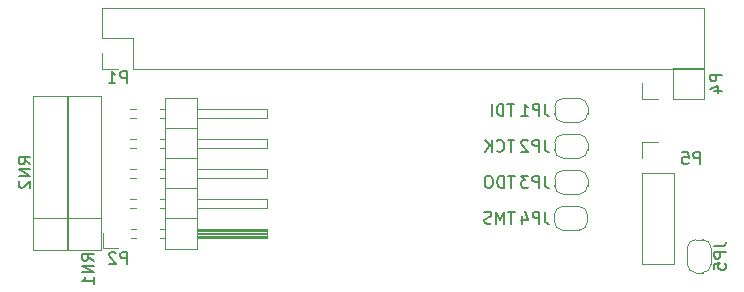
<source format=gbo>
G04 #@! TF.GenerationSoftware,KiCad,Pcbnew,(5.1.4)-1*
G04 #@! TF.CreationDate,2019-11-20T21:09:20+00:00*
G04 #@! TF.ProjectId,rgb-to-hdmi,7267622d-746f-42d6-9864-6d692e6b6963,rev?*
G04 #@! TF.SameCoordinates,Original*
G04 #@! TF.FileFunction,Legend,Bot*
G04 #@! TF.FilePolarity,Positive*
%FSLAX46Y46*%
G04 Gerber Fmt 4.6, Leading zero omitted, Abs format (unit mm)*
G04 Created by KiCad (PCBNEW (5.1.4)-1) date 2019-11-20 21:09:20*
%MOMM*%
%LPD*%
G04 APERTURE LIST*
%ADD10C,0.150000*%
%ADD11C,0.120000*%
G04 APERTURE END LIST*
D10*
X54439523Y-39645340D02*
X53868095Y-39645340D01*
X54153809Y-40645340D02*
X54153809Y-39645340D01*
X53534761Y-40645340D02*
X53534761Y-39645340D01*
X53296666Y-39645340D01*
X53153809Y-39692960D01*
X53058571Y-39788198D01*
X53010952Y-39883436D01*
X52963333Y-40073912D01*
X52963333Y-40216769D01*
X53010952Y-40407245D01*
X53058571Y-40502483D01*
X53153809Y-40597721D01*
X53296666Y-40645340D01*
X53534761Y-40645340D01*
X52344285Y-39645340D02*
X52153809Y-39645340D01*
X52058571Y-39692960D01*
X51963333Y-39788198D01*
X51915714Y-39978674D01*
X51915714Y-40312007D01*
X51963333Y-40502483D01*
X52058571Y-40597721D01*
X52153809Y-40645340D01*
X52344285Y-40645340D01*
X52439523Y-40597721D01*
X52534761Y-40502483D01*
X52582380Y-40312007D01*
X52582380Y-39978674D01*
X52534761Y-39788198D01*
X52439523Y-39692960D01*
X52344285Y-39645340D01*
X54407809Y-33549340D02*
X53836380Y-33549340D01*
X54122095Y-34549340D02*
X54122095Y-33549340D01*
X53503047Y-34549340D02*
X53503047Y-33549340D01*
X53264952Y-33549340D01*
X53122095Y-33596960D01*
X53026857Y-33692198D01*
X52979238Y-33787436D01*
X52931619Y-33977912D01*
X52931619Y-34120769D01*
X52979238Y-34311245D01*
X53026857Y-34406483D01*
X53122095Y-34501721D01*
X53264952Y-34549340D01*
X53503047Y-34549340D01*
X52503047Y-34549340D02*
X52503047Y-33549340D01*
X54415714Y-36597340D02*
X53844285Y-36597340D01*
X54130000Y-37597340D02*
X54130000Y-36597340D01*
X52939523Y-37502102D02*
X52987142Y-37549721D01*
X53130000Y-37597340D01*
X53225238Y-37597340D01*
X53368095Y-37549721D01*
X53463333Y-37454483D01*
X53510952Y-37359245D01*
X53558571Y-37168769D01*
X53558571Y-37025912D01*
X53510952Y-36835436D01*
X53463333Y-36740198D01*
X53368095Y-36644960D01*
X53225238Y-36597340D01*
X53130000Y-36597340D01*
X52987142Y-36644960D01*
X52939523Y-36692579D01*
X52510952Y-37597340D02*
X52510952Y-36597340D01*
X51939523Y-37597340D02*
X52368095Y-37025912D01*
X51939523Y-36597340D02*
X52510952Y-37168769D01*
X54463333Y-42693340D02*
X53891904Y-42693340D01*
X54177619Y-43693340D02*
X54177619Y-42693340D01*
X53558571Y-43693340D02*
X53558571Y-42693340D01*
X53225238Y-43407626D01*
X52891904Y-42693340D01*
X52891904Y-43693340D01*
X52463333Y-43645721D02*
X52320476Y-43693340D01*
X52082380Y-43693340D01*
X51987142Y-43645721D01*
X51939523Y-43598102D01*
X51891904Y-43502864D01*
X51891904Y-43407626D01*
X51939523Y-43312388D01*
X51987142Y-43264769D01*
X52082380Y-43217150D01*
X52272857Y-43169531D01*
X52368095Y-43121912D01*
X52415714Y-43074293D01*
X52463333Y-42979055D01*
X52463333Y-42883817D01*
X52415714Y-42788579D01*
X52368095Y-42740960D01*
X52272857Y-42693340D01*
X52034761Y-42693340D01*
X51891904Y-42740960D01*
D11*
X19427200Y-43240960D02*
X16627200Y-43240960D01*
X19427200Y-32910960D02*
X19427200Y-45950960D01*
X16627200Y-32910960D02*
X19427200Y-32910960D01*
X16627200Y-45950960D02*
X16627200Y-32910960D01*
X19427200Y-45950960D02*
X16627200Y-45950960D01*
X24852000Y-45840960D02*
X24852000Y-33020960D01*
X24852000Y-33020960D02*
X27512000Y-33020960D01*
X27512000Y-33020960D02*
X27512000Y-45840960D01*
X27512000Y-45840960D02*
X24852000Y-45840960D01*
X27512000Y-44890960D02*
X33512000Y-44890960D01*
X33512000Y-44890960D02*
X33512000Y-44130960D01*
X33512000Y-44130960D02*
X27512000Y-44130960D01*
X27512000Y-44830960D02*
X33512000Y-44830960D01*
X27512000Y-44710960D02*
X33512000Y-44710960D01*
X27512000Y-44590960D02*
X33512000Y-44590960D01*
X27512000Y-44470960D02*
X33512000Y-44470960D01*
X27512000Y-44350960D02*
X33512000Y-44350960D01*
X27512000Y-44230960D02*
X33512000Y-44230960D01*
X24454929Y-44890960D02*
X24852000Y-44890960D01*
X24454929Y-44130960D02*
X24852000Y-44130960D01*
X21982000Y-44890960D02*
X22369071Y-44890960D01*
X21982000Y-44130960D02*
X22369071Y-44130960D01*
X24852000Y-43240960D02*
X27512000Y-43240960D01*
X27512000Y-42350960D02*
X33512000Y-42350960D01*
X33512000Y-42350960D02*
X33512000Y-41590960D01*
X33512000Y-41590960D02*
X27512000Y-41590960D01*
X24454929Y-42350960D02*
X24852000Y-42350960D01*
X24454929Y-41590960D02*
X24852000Y-41590960D01*
X21914929Y-42350960D02*
X22369071Y-42350960D01*
X21914929Y-41590960D02*
X22369071Y-41590960D01*
X24852000Y-40700960D02*
X27512000Y-40700960D01*
X27512000Y-39810960D02*
X33512000Y-39810960D01*
X33512000Y-39810960D02*
X33512000Y-39050960D01*
X33512000Y-39050960D02*
X27512000Y-39050960D01*
X24454929Y-39810960D02*
X24852000Y-39810960D01*
X24454929Y-39050960D02*
X24852000Y-39050960D01*
X21914929Y-39810960D02*
X22369071Y-39810960D01*
X21914929Y-39050960D02*
X22369071Y-39050960D01*
X24852000Y-38160960D02*
X27512000Y-38160960D01*
X27512000Y-37270960D02*
X33512000Y-37270960D01*
X33512000Y-37270960D02*
X33512000Y-36510960D01*
X33512000Y-36510960D02*
X27512000Y-36510960D01*
X24454929Y-37270960D02*
X24852000Y-37270960D01*
X24454929Y-36510960D02*
X24852000Y-36510960D01*
X21914929Y-37270960D02*
X22369071Y-37270960D01*
X21914929Y-36510960D02*
X22369071Y-36510960D01*
X24852000Y-35620960D02*
X27512000Y-35620960D01*
X27512000Y-34730960D02*
X33512000Y-34730960D01*
X33512000Y-34730960D02*
X33512000Y-33970960D01*
X33512000Y-33970960D02*
X27512000Y-33970960D01*
X24454929Y-34730960D02*
X24852000Y-34730960D01*
X24454929Y-33970960D02*
X24852000Y-33970960D01*
X21914929Y-34730960D02*
X22369071Y-34730960D01*
X21914929Y-33970960D02*
X22369071Y-33970960D01*
X19602000Y-44510960D02*
X19602000Y-45780960D01*
X19602000Y-45780960D02*
X20872000Y-45780960D01*
X71071800Y-47141360D02*
X71071800Y-45741360D01*
X70371800Y-45041360D02*
X69771800Y-45041360D01*
X69071800Y-45741360D02*
X69071800Y-47141360D01*
X69771800Y-47841360D02*
X70371800Y-47841360D01*
X70371800Y-47841360D02*
G75*
G03X71071800Y-47141360I0J700000D01*
G01*
X69071800Y-47141360D02*
G75*
G03X69771800Y-47841360I700000J0D01*
G01*
X69771800Y-45041360D02*
G75*
G03X69071800Y-45741360I0J-700000D01*
G01*
X71071800Y-45741360D02*
G75*
G03X70371800Y-45041360I-700000J0D01*
G01*
X67922000Y-39405560D02*
X65262000Y-39405560D01*
X67922000Y-39405560D02*
X67922000Y-47085560D01*
X67922000Y-47085560D02*
X65262000Y-47085560D01*
X65262000Y-39405560D02*
X65262000Y-47085560D01*
X65262000Y-36805560D02*
X65262000Y-38135560D01*
X66592000Y-36805560D02*
X65262000Y-36805560D01*
X19542000Y-29270960D02*
X19542000Y-30600960D01*
X19542000Y-30600960D02*
X20872000Y-30600960D01*
X19542000Y-28000960D02*
X22142000Y-28000960D01*
X22142000Y-28000960D02*
X22142000Y-30600960D01*
X22142000Y-30600960D02*
X70462000Y-30600960D01*
X70462000Y-25400960D02*
X70462000Y-30600960D01*
X19542000Y-25400960D02*
X70462000Y-25400960D01*
X19542000Y-25400960D02*
X19542000Y-28000960D01*
X59926000Y-38144960D02*
G75*
G03X60626000Y-37444960I0J700000D01*
G01*
X60626000Y-36844960D02*
G75*
G03X59926000Y-36144960I-700000J0D01*
G01*
X58526000Y-36144960D02*
G75*
G03X57826000Y-36844960I0J-700000D01*
G01*
X57826000Y-37444960D02*
G75*
G03X58526000Y-38144960I700000J0D01*
G01*
X57826000Y-36844960D02*
X57826000Y-37444960D01*
X59926000Y-36144960D02*
X58526000Y-36144960D01*
X60626000Y-37444960D02*
X60626000Y-36844960D01*
X58526000Y-38144960D02*
X59926000Y-38144960D01*
X58526000Y-35096960D02*
X59926000Y-35096960D01*
X60626000Y-34396960D02*
X60626000Y-33796960D01*
X59926000Y-33096960D02*
X58526000Y-33096960D01*
X57826000Y-33796960D02*
X57826000Y-34396960D01*
X57826000Y-34396960D02*
G75*
G03X58526000Y-35096960I700000J0D01*
G01*
X58526000Y-33096960D02*
G75*
G03X57826000Y-33796960I0J-700000D01*
G01*
X60626000Y-33796960D02*
G75*
G03X59926000Y-33096960I-700000J0D01*
G01*
X59926000Y-35096960D02*
G75*
G03X60626000Y-34396960I0J700000D01*
G01*
X59911000Y-44240960D02*
G75*
G03X60611000Y-43540960I0J700000D01*
G01*
X60611000Y-42940960D02*
G75*
G03X59911000Y-42240960I-700000J0D01*
G01*
X58511000Y-42240960D02*
G75*
G03X57811000Y-42940960I0J-700000D01*
G01*
X57811000Y-43540960D02*
G75*
G03X58511000Y-44240960I700000J0D01*
G01*
X57811000Y-42940960D02*
X57811000Y-43540960D01*
X59911000Y-42240960D02*
X58511000Y-42240960D01*
X60611000Y-43540960D02*
X60611000Y-42940960D01*
X58511000Y-44240960D02*
X59911000Y-44240960D01*
X58526000Y-41192960D02*
X59926000Y-41192960D01*
X60626000Y-40492960D02*
X60626000Y-39892960D01*
X59926000Y-39192960D02*
X58526000Y-39192960D01*
X57826000Y-39892960D02*
X57826000Y-40492960D01*
X57826000Y-40492960D02*
G75*
G03X58526000Y-41192960I700000J0D01*
G01*
X58526000Y-39192960D02*
G75*
G03X57826000Y-39892960I0J-700000D01*
G01*
X60626000Y-39892960D02*
G75*
G03X59926000Y-39192960I-700000J0D01*
G01*
X59926000Y-41192960D02*
G75*
G03X60626000Y-40492960I0J700000D01*
G01*
X67862000Y-30480960D02*
X67862000Y-33140960D01*
X67862000Y-30480960D02*
X70462000Y-30480960D01*
X70462000Y-30480960D02*
X70462000Y-33140960D01*
X67862000Y-33140960D02*
X70462000Y-33140960D01*
X65262000Y-33140960D02*
X66592000Y-33140960D01*
X65262000Y-31810960D02*
X65262000Y-33140960D01*
X16506200Y-45950960D02*
X13706200Y-45950960D01*
X13706200Y-45950960D02*
X13706200Y-32910960D01*
X13706200Y-32910960D02*
X16506200Y-32910960D01*
X16506200Y-32910960D02*
X16506200Y-45950960D01*
X16506200Y-43240960D02*
X13706200Y-43240960D01*
D10*
X18809780Y-46817683D02*
X18333590Y-46484350D01*
X18809780Y-46246255D02*
X17809780Y-46246255D01*
X17809780Y-46627207D01*
X17857400Y-46722445D01*
X17905019Y-46770064D01*
X18000257Y-46817683D01*
X18143114Y-46817683D01*
X18238352Y-46770064D01*
X18285971Y-46722445D01*
X18333590Y-46627207D01*
X18333590Y-46246255D01*
X18809780Y-47246255D02*
X17809780Y-47246255D01*
X18809780Y-47817683D01*
X17809780Y-47817683D01*
X18809780Y-48817683D02*
X18809780Y-48246255D01*
X18809780Y-48531969D02*
X17809780Y-48531969D01*
X17952638Y-48436731D01*
X18047876Y-48341493D01*
X18095495Y-48246255D01*
X21635495Y-47096940D02*
X21635495Y-46096940D01*
X21254542Y-46096940D01*
X21159304Y-46144560D01*
X21111685Y-46192179D01*
X21064066Y-46287417D01*
X21064066Y-46430274D01*
X21111685Y-46525512D01*
X21159304Y-46573131D01*
X21254542Y-46620750D01*
X21635495Y-46620750D01*
X20683114Y-46192179D02*
X20635495Y-46144560D01*
X20540257Y-46096940D01*
X20302161Y-46096940D01*
X20206923Y-46144560D01*
X20159304Y-46192179D01*
X20111685Y-46287417D01*
X20111685Y-46382655D01*
X20159304Y-46525512D01*
X20730733Y-47096940D01*
X20111685Y-47096940D01*
X71324180Y-45608026D02*
X72038466Y-45608026D01*
X72181323Y-45560407D01*
X72276561Y-45465169D01*
X72324180Y-45322312D01*
X72324180Y-45227074D01*
X72324180Y-46084217D02*
X71324180Y-46084217D01*
X71324180Y-46465169D01*
X71371800Y-46560407D01*
X71419419Y-46608026D01*
X71514657Y-46655645D01*
X71657514Y-46655645D01*
X71752752Y-46608026D01*
X71800371Y-46560407D01*
X71847990Y-46465169D01*
X71847990Y-46084217D01*
X71324180Y-47560407D02*
X71324180Y-47084217D01*
X71800371Y-47036598D01*
X71752752Y-47084217D01*
X71705133Y-47179455D01*
X71705133Y-47417550D01*
X71752752Y-47512788D01*
X71800371Y-47560407D01*
X71895609Y-47608026D01*
X72133704Y-47608026D01*
X72228942Y-47560407D01*
X72276561Y-47512788D01*
X72324180Y-47417550D01*
X72324180Y-47179455D01*
X72276561Y-47084217D01*
X72228942Y-47036598D01*
X70124095Y-38638740D02*
X70124095Y-37638740D01*
X69743142Y-37638740D01*
X69647904Y-37686360D01*
X69600285Y-37733979D01*
X69552666Y-37829217D01*
X69552666Y-37972074D01*
X69600285Y-38067312D01*
X69647904Y-38114931D01*
X69743142Y-38162550D01*
X70124095Y-38162550D01*
X68647904Y-37638740D02*
X69124095Y-37638740D01*
X69171714Y-38114931D01*
X69124095Y-38067312D01*
X69028857Y-38019693D01*
X68790761Y-38019693D01*
X68695523Y-38067312D01*
X68647904Y-38114931D01*
X68600285Y-38210169D01*
X68600285Y-38448264D01*
X68647904Y-38543502D01*
X68695523Y-38591121D01*
X68790761Y-38638740D01*
X69028857Y-38638740D01*
X69124095Y-38591121D01*
X69171714Y-38543502D01*
X21584695Y-31806140D02*
X21584695Y-30806140D01*
X21203742Y-30806140D01*
X21108504Y-30853760D01*
X21060885Y-30901379D01*
X21013266Y-30996617D01*
X21013266Y-31139474D01*
X21060885Y-31234712D01*
X21108504Y-31282331D01*
X21203742Y-31329950D01*
X21584695Y-31329950D01*
X20060885Y-31806140D02*
X20632314Y-31806140D01*
X20346600Y-31806140D02*
X20346600Y-30806140D01*
X20441838Y-30948998D01*
X20537076Y-31044236D01*
X20632314Y-31091855D01*
X56996333Y-36597340D02*
X56996333Y-37311626D01*
X57043952Y-37454483D01*
X57139190Y-37549721D01*
X57282047Y-37597340D01*
X57377285Y-37597340D01*
X56520142Y-37597340D02*
X56520142Y-36597340D01*
X56139190Y-36597340D01*
X56043952Y-36644960D01*
X55996333Y-36692579D01*
X55948714Y-36787817D01*
X55948714Y-36930674D01*
X55996333Y-37025912D01*
X56043952Y-37073531D01*
X56139190Y-37121150D01*
X56520142Y-37121150D01*
X55567761Y-36692579D02*
X55520142Y-36644960D01*
X55424904Y-36597340D01*
X55186809Y-36597340D01*
X55091571Y-36644960D01*
X55043952Y-36692579D01*
X54996333Y-36787817D01*
X54996333Y-36883055D01*
X55043952Y-37025912D01*
X55615380Y-37597340D01*
X54996333Y-37597340D01*
X57011333Y-33549340D02*
X57011333Y-34263626D01*
X57058952Y-34406483D01*
X57154190Y-34501721D01*
X57297047Y-34549340D01*
X57392285Y-34549340D01*
X56535142Y-34549340D02*
X56535142Y-33549340D01*
X56154190Y-33549340D01*
X56058952Y-33596960D01*
X56011333Y-33644579D01*
X55963714Y-33739817D01*
X55963714Y-33882674D01*
X56011333Y-33977912D01*
X56058952Y-34025531D01*
X56154190Y-34073150D01*
X56535142Y-34073150D01*
X55011333Y-34549340D02*
X55582761Y-34549340D01*
X55297047Y-34549340D02*
X55297047Y-33549340D01*
X55392285Y-33692198D01*
X55487523Y-33787436D01*
X55582761Y-33835055D01*
X57011333Y-42693340D02*
X57011333Y-43407626D01*
X57058952Y-43550483D01*
X57154190Y-43645721D01*
X57297047Y-43693340D01*
X57392285Y-43693340D01*
X56535142Y-43693340D02*
X56535142Y-42693340D01*
X56154190Y-42693340D01*
X56058952Y-42740960D01*
X56011333Y-42788579D01*
X55963714Y-42883817D01*
X55963714Y-43026674D01*
X56011333Y-43121912D01*
X56058952Y-43169531D01*
X56154190Y-43217150D01*
X56535142Y-43217150D01*
X55106571Y-43026674D02*
X55106571Y-43693340D01*
X55344666Y-42645721D02*
X55582761Y-43360007D01*
X54963714Y-43360007D01*
X56996333Y-39645340D02*
X56996333Y-40359626D01*
X57043952Y-40502483D01*
X57139190Y-40597721D01*
X57282047Y-40645340D01*
X57377285Y-40645340D01*
X56520142Y-40645340D02*
X56520142Y-39645340D01*
X56139190Y-39645340D01*
X56043952Y-39692960D01*
X55996333Y-39740579D01*
X55948714Y-39835817D01*
X55948714Y-39978674D01*
X55996333Y-40073912D01*
X56043952Y-40121531D01*
X56139190Y-40169150D01*
X56520142Y-40169150D01*
X55615380Y-39645340D02*
X54996333Y-39645340D01*
X55329666Y-40026293D01*
X55186809Y-40026293D01*
X55091571Y-40073912D01*
X55043952Y-40121531D01*
X54996333Y-40216769D01*
X54996333Y-40454864D01*
X55043952Y-40550102D01*
X55091571Y-40597721D01*
X55186809Y-40645340D01*
X55472523Y-40645340D01*
X55567761Y-40597721D01*
X55615380Y-40550102D01*
X71997380Y-31072864D02*
X70997380Y-31072864D01*
X70997380Y-31453817D01*
X71045000Y-31549055D01*
X71092619Y-31596674D01*
X71187857Y-31644293D01*
X71330714Y-31644293D01*
X71425952Y-31596674D01*
X71473571Y-31549055D01*
X71521190Y-31453817D01*
X71521190Y-31072864D01*
X71330714Y-32501436D02*
X71997380Y-32501436D01*
X70949761Y-32263340D02*
X71664047Y-32025245D01*
X71664047Y-32644293D01*
X13450380Y-38664283D02*
X12974190Y-38330950D01*
X13450380Y-38092855D02*
X12450380Y-38092855D01*
X12450380Y-38473807D01*
X12498000Y-38569045D01*
X12545619Y-38616664D01*
X12640857Y-38664283D01*
X12783714Y-38664283D01*
X12878952Y-38616664D01*
X12926571Y-38569045D01*
X12974190Y-38473807D01*
X12974190Y-38092855D01*
X13450380Y-39092855D02*
X12450380Y-39092855D01*
X13450380Y-39664283D01*
X12450380Y-39664283D01*
X12545619Y-40092855D02*
X12498000Y-40140474D01*
X12450380Y-40235712D01*
X12450380Y-40473807D01*
X12498000Y-40569045D01*
X12545619Y-40616664D01*
X12640857Y-40664283D01*
X12736095Y-40664283D01*
X12878952Y-40616664D01*
X13450380Y-40045236D01*
X13450380Y-40664283D01*
M02*

</source>
